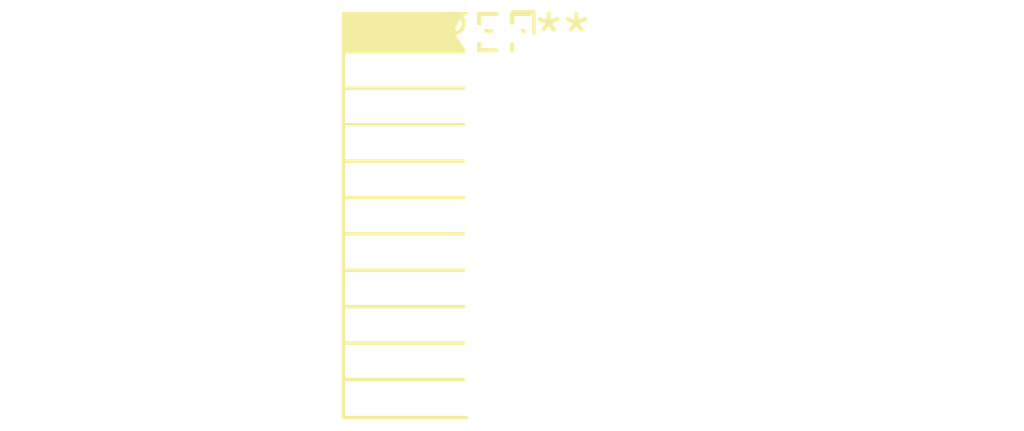
<source format=kicad_pcb>
(kicad_pcb (version 20240108) (generator pcbnew)
  (layers (0 "F.Cu" signal) (31 "B.Cu" signal) (34 "B.Paste" user) (35 "F.Paste" user) (36 "B.SilkS" user "B.Silkscreen") (37 "F.SilkS" user "F.Silkscreen") (38 "B.Mask" user) (39 "F.Mask" user) (44 "Edge.Cuts" user))
  (net 0 "")
  (footprint "PinSocket_2x11_P1.27mm_Horizontal" (layer "F.Cu") (at 0 0)
    (property "Reference" "REF**")
    (property "Value" "PinSocket_2x11_P1.27mm_Horizontal")
    (fp_line (start -5.88 -0.695) (end -5.88 13.395) (layer "F.SilkS") (stroke (width 0.12)))
    (fp_line (start -5.88 -0.695) (end -1.57753 -0.695) (layer "F.SilkS") (stroke (width 0.12)))
    (fp_line (start -5.88 -0.575) (end -1.766966 -0.575) (layer "F.SilkS") (stroke (width 0.12)))
    (fp_line (start -5.88 -0.465) (end -1.871145 -0.465) (layer "F.SilkS") (stroke (width 0.12)))
    (fp_line (start -5.88 -0.355) (end -1.941993 -0.355) (layer "F.SilkS") (stroke (width 0.12)))
    (fp_line (start -5.88 -0.245) (end -1.989427 -0.245) (layer "F.SilkS") (stroke (width 0.12)))
    (fp_line (start -5.88 -0.135) (end -2.017914 -0.135) (layer "F.SilkS") (stroke (width 0.12)))
    (fp_line (start -5.88 -0.025) (end -2.029589 -0.025) (layer "F.SilkS") (stroke (width 0.12)))
    (fp_line (start -5.88 0.085) (end -2.025232 0.085) (layer "F.SilkS") (stroke (width 0.12)))
    (fp_line (start -5.88 0.195) (end -2.004558 0.195) (layer "F.SilkS") (stroke (width 0.12)))
    (fp_line (start -5.88 0.305) (end -1.966114 0.305) (layer "F.SilkS") (stroke (width 0.12)))
    (fp_line (start -5.88 0.415) (end -1.906691 0.415) (layer "F.SilkS") (stroke (width 0.12)))
    (fp_line (start -5.88 0.525) (end -1.819523 0.525) (layer "F.SilkS") (stroke (width 0.12)))
    (fp_line (start -5.88 0.635) (end -1.687582 0.635) (layer "F.SilkS") (stroke (width 0.12)))
    (fp_line (start -5.88 1.905) (end -1.687582 1.905) (layer "F.SilkS") (stroke (width 0.12)))
    (fp_line (start -5.88 3.175) (end -1.687582 3.175) (layer "F.SilkS") (stroke (width 0.12)))
    (fp_line (start -5.88 4.445) (end -1.687582 4.445) (layer "F.SilkS") (stroke (width 0.12)))
    (fp_line (start -5.88 5.715) (end -1.687582 5.715) (layer "F.SilkS") (stroke (width 0.12)))
    (fp_line (start -5.88 6.985) (end -1.687582 6.985) (layer "F.SilkS") (stroke (width 0.12)))
    (fp_line (start -5.88 8.255) (end -1.687582 8.255) (layer "F.SilkS") (stroke (width 0.12)))
    (fp_line (start -5.88 9.525) (end -1.687582 9.525) (layer "F.SilkS") (stroke (width 0.12)))
    (fp_line (start -5.88 10.795) (end -1.687582 10.795) (layer "F.SilkS") (stroke (width 0.12)))
    (fp_line (start -5.88 12.065) (end -1.687582 12.065) (layer "F.SilkS") (stroke (width 0.12)))
    (fp_line (start -5.88 13.395) (end -1.57753 13.395) (layer "F.SilkS") (stroke (width 0.12)))
    (fp_line (start 0 -0.76) (end 0.76 -0.76) (layer "F.SilkS") (stroke (width 0.12)))
    (fp_line (start 0.76 -0.76) (end 0.76 0) (layer "F.SilkS") (stroke (width 0.12)))
    (pad "1" thru_hole rect (at 0 0) (size 1 1) (drill 0.65) (layers *.Cu *.Mask) (remove_unused_layers))
    (pad "2" thru_hole oval (at -1.27 0) (size 1 1) (drill 0.65) (layers *.Cu *.Mask) (remove_unused_layers))
    (pad "3" thru_hole oval (at 0 1.27) (size 1 1) (drill 0.65) (layers *.Cu *.Mask) (remove_unused_layers))
    (pad "4" thru_hole oval (at -1.27 1.27) (size 1 1) (drill 0.65) (layers *.Cu *.Mask) (remove_unused_layers))
    (pad "5" thru_hole oval (at 0 2.54) (size 1 1) (drill 0.65) (layers *.Cu *.Mask) (remove_unused_layers))
    (pad "6" thru_hole oval (at -1.27 2.54) (size 1 1) (drill 0.65) (layers *.Cu *.Mask) (remove_unused_layers))
    (pad "7" thru_hole oval (at 0 3.81) (size 1 1) (drill 0.65) (layers *.Cu *.Mask) (remove_unused_layers))
    (pad "8" thru_hole oval (at -1.27 3.81) (size 1 1) (drill 0.65) (layers *.Cu *.Mask) (remove_unused_layers))
    (pad "9" thru_hole oval (at 0 5.08) (size 1 1) (drill 0.65) (layers *.Cu *.Mask) (remove_unused_layers))
    (pad "10" thru_hole oval (at -1.27 5.08) (size 1 1) (drill 0.65) (layers *.Cu *.Mask) (remove_unused_layers))
    (pad "11" thru_hole oval (at 0 6.35) (size 1 1) (drill 0.65) (layers *.Cu *.Mask) (remove_unused_layers))
    (pad "12" thru_hole oval (at -1.27 6.35) (size 1 1) (drill 0.65) (layers *.Cu *.Mask) (remove_unused_layers))
    (pad "13" thru_hole oval (at 0 7.62) (size 1 1) (drill 0.65) (layers *.Cu *.Mask) (remove_unused_layers))
    (pad "14" thru_hole oval (at -1.27 7.62) (size 1 1) (drill 0.65) (layers *.Cu *.Mask) (remove_unused_layers))
    (pad "15" thru_hole oval (at 0 8.89) (size 1 1) (drill 0.65) (layers *.Cu *.Mask) (remove_unused_layers))
    (pad "16" thru_hole oval (at -1.27 8.89) (size 1 1) (drill 0.65) (layers *.Cu *.Mask) (remove_unused_layers))
    (pad "17" thru_hole oval (at 0 10.16) (size 1 1) (drill 0.65) (layers *.Cu *.Mask) (remove_unused_layers))
    (pad "18" thru_hole oval (at -1.27 10.16) (size 1 1) (drill 0.65) (layers *.Cu *.Mask) (remove_unused_layers))
    (pad "19" thru_hole oval (at 0 11.43) (size 1 1) (drill 0.65) (layers *.Cu *.Mask) (remove_unused_layers))
    (pad "20" thru_hole oval (at -1.27 11.43) (size 1 1) (drill 0.65) (layers *.Cu *.Mask) (remove_unused_layers))
    (pad "21" thru_hole oval (at 0 12.7) (size 1 1) (drill 0.65) (layers *.Cu *.Mask) (remove_unused_layers))
    (pad "22" thru_hole oval (at -1.27 12.7) (size 1 1) (drill 0.65) (layers *.Cu *.Mask) (remove_unused_layers))
  )
)
</source>
